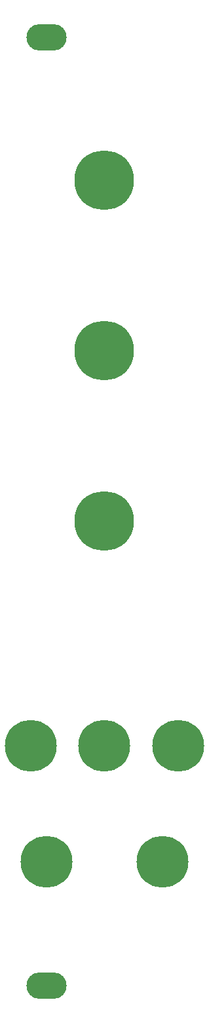
<source format=gts>
G04 #@! TF.GenerationSoftware,KiCad,Pcbnew,(5.0.0-rc2)*
G04 #@! TF.CreationDate,2020-07-08T18:48:37+03:00*
G04 #@! TF.ProjectId,MIXPNL2,4D4958504E4C322E6B696361645F7063,rev?*
G04 #@! TF.SameCoordinates,PX2793d60PY848f8c0*
G04 #@! TF.FileFunction,Soldermask,Top*
G04 #@! TF.FilePolarity,Negative*
%FSLAX46Y46*%
G04 Gerber Fmt 4.6, Leading zero omitted, Abs format (unit mm)*
G04 Created by KiCad (PCBNEW (5.0.0-rc2)) date Wed Jul  8 18:48:37 2020*
%MOMM*%
%LPD*%
G01*
G04 APERTURE LIST*
%ADD10C,7.700000*%
%ADD11O,5.200000X3.400000*%
%ADD12C,6.700000*%
G04 APERTURE END LIST*
D10*
G04 #@! TO.C,Ref\002A\002A*
X15000000Y63000000D03*
G04 #@! TD*
G04 #@! TO.C,Ref\002A\002A*
X15000000Y85000000D03*
G04 #@! TD*
G04 #@! TO.C,Ref\002A\002A*
X15000000Y107000000D03*
G04 #@! TD*
D11*
G04 #@! TO.C,X*
X7500000Y125500000D03*
G04 #@! TD*
G04 #@! TO.C,X*
X7500000Y3000000D03*
G04 #@! TD*
D12*
G04 #@! TO.C,Ref\002A\002A*
X5500000Y34000000D03*
G04 #@! TD*
G04 #@! TO.C,Ref\002A\002A*
X15000000Y34000000D03*
G04 #@! TD*
G04 #@! TO.C,Ref\002A\002A*
X24500000Y34000000D03*
G04 #@! TD*
G04 #@! TO.C,Ref\002A\002A*
X7500000Y19000000D03*
G04 #@! TD*
G04 #@! TO.C,Ref\002A\002A*
X22500000Y19000000D03*
G04 #@! TD*
M02*

</source>
